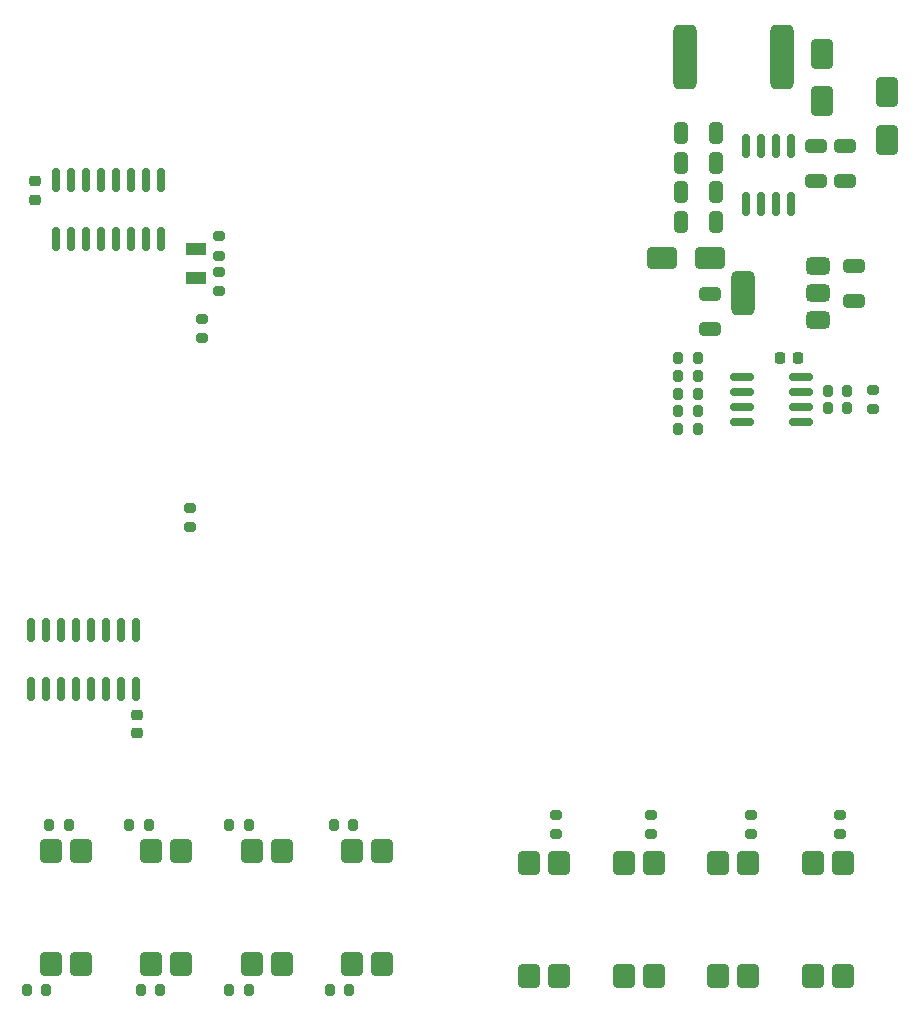
<source format=gtp>
G04 #@! TF.GenerationSoftware,KiCad,Pcbnew,9.0.3*
G04 #@! TF.CreationDate,2025-08-04T14:08:22+02:00*
G04 #@! TF.ProjectId,esp-motioncontroller,6573702d-6d6f-4746-996f-6e636f6e7472,1.0.0*
G04 #@! TF.SameCoordinates,Original*
G04 #@! TF.FileFunction,Paste,Top*
G04 #@! TF.FilePolarity,Positive*
%FSLAX46Y46*%
G04 Gerber Fmt 4.6, Leading zero omitted, Abs format (unit mm)*
G04 Created by KiCad (PCBNEW 9.0.3) date 2025-08-04 14:08:22*
%MOMM*%
%LPD*%
G01*
G04 APERTURE LIST*
G04 Aperture macros list*
%AMRoundRect*
0 Rectangle with rounded corners*
0 $1 Rounding radius*
0 $2 $3 $4 $5 $6 $7 $8 $9 X,Y pos of 4 corners*
0 Add a 4 corners polygon primitive as box body*
4,1,4,$2,$3,$4,$5,$6,$7,$8,$9,$2,$3,0*
0 Add four circle primitives for the rounded corners*
1,1,$1+$1,$2,$3*
1,1,$1+$1,$4,$5*
1,1,$1+$1,$6,$7*
1,1,$1+$1,$8,$9*
0 Add four rect primitives between the rounded corners*
20,1,$1+$1,$2,$3,$4,$5,0*
20,1,$1+$1,$4,$5,$6,$7,0*
20,1,$1+$1,$6,$7,$8,$9,0*
20,1,$1+$1,$8,$9,$2,$3,0*%
G04 Aperture macros list end*
%ADD10RoundRect,0.225000X0.225000X0.250000X-0.225000X0.250000X-0.225000X-0.250000X0.225000X-0.250000X0*%
%ADD11RoundRect,0.150000X-0.150000X0.825000X-0.150000X-0.825000X0.150000X-0.825000X0.150000X0.825000X0*%
%ADD12RoundRect,0.250000X-0.325000X-0.650000X0.325000X-0.650000X0.325000X0.650000X-0.325000X0.650000X0*%
%ADD13RoundRect,0.200000X0.200000X0.275000X-0.200000X0.275000X-0.200000X-0.275000X0.200000X-0.275000X0*%
%ADD14RoundRect,0.200000X0.275000X-0.200000X0.275000X0.200000X-0.275000X0.200000X-0.275000X-0.200000X0*%
%ADD15RoundRect,0.250000X-0.650000X0.325000X-0.650000X-0.325000X0.650000X-0.325000X0.650000X0.325000X0*%
%ADD16RoundRect,0.200000X-0.275000X0.200000X-0.275000X-0.200000X0.275000X-0.200000X0.275000X0.200000X0*%
%ADD17RoundRect,0.225000X-0.250000X0.225000X-0.250000X-0.225000X0.250000X-0.225000X0.250000X0.225000X0*%
%ADD18RoundRect,0.250000X-0.650000X1.000000X-0.650000X-1.000000X0.650000X-1.000000X0.650000X1.000000X0*%
%ADD19RoundRect,0.150000X-0.825000X-0.150000X0.825000X-0.150000X0.825000X0.150000X-0.825000X0.150000X0*%
%ADD20RoundRect,0.200000X-0.200000X-0.275000X0.200000X-0.275000X0.200000X0.275000X-0.200000X0.275000X0*%
%ADD21R,1.800000X1.000000*%
%ADD22RoundRect,0.250000X0.650000X-1.000000X0.650000X1.000000X-0.650000X1.000000X-0.650000X-1.000000X0*%
%ADD23RoundRect,0.249999X-0.640001X0.750001X-0.640001X-0.750001X0.640001X-0.750001X0.640001X0.750001X0*%
%ADD24RoundRect,0.249999X0.640001X-0.750001X0.640001X0.750001X-0.640001X0.750001X-0.640001X-0.750001X0*%
%ADD25RoundRect,0.375000X0.625000X0.375000X-0.625000X0.375000X-0.625000X-0.375000X0.625000X-0.375000X0*%
%ADD26RoundRect,0.500000X0.500000X1.400000X-0.500000X1.400000X-0.500000X-1.400000X0.500000X-1.400000X0*%
%ADD27RoundRect,0.250000X1.000000X0.650000X-1.000000X0.650000X-1.000000X-0.650000X1.000000X-0.650000X0*%
%ADD28RoundRect,0.500000X0.500000X2.250000X-0.500000X2.250000X-0.500000X-2.250000X0.500000X-2.250000X0*%
%ADD29RoundRect,0.150000X0.150000X-0.825000X0.150000X0.825000X-0.150000X0.825000X-0.150000X-0.825000X0*%
G04 APERTURE END LIST*
D10*
G04 #@! TO.C,C18*
X129521388Y-77500000D03*
X127971388Y-77500000D03*
G04 #@! TD*
D11*
G04 #@! TO.C,U3*
X128905000Y-59525000D03*
X127635000Y-59525000D03*
X126365000Y-59525000D03*
X125095000Y-59525000D03*
X125095000Y-64475000D03*
X126365000Y-64475000D03*
X127635000Y-64475000D03*
X128905000Y-64475000D03*
G04 #@! TD*
D12*
G04 #@! TO.C,C3*
X119586444Y-58455138D03*
X122536444Y-58455138D03*
G04 #@! TD*
G04 #@! TO.C,C12*
X119586444Y-65955138D03*
X122536444Y-65955138D03*
G04 #@! TD*
D13*
G04 #@! TO.C,R21*
X91825000Y-117000000D03*
X90175000Y-117000000D03*
G04 #@! TD*
G04 #@! TO.C,R16*
X75500000Y-131000000D03*
X73850000Y-131000000D03*
G04 #@! TD*
G04 #@! TO.C,R19*
X67750000Y-117000000D03*
X66100000Y-117000000D03*
G04 #@! TD*
D14*
G04 #@! TO.C,R23*
X133000000Y-117825000D03*
X133000000Y-116175000D03*
G04 #@! TD*
D13*
G04 #@! TO.C,R20*
X83000000Y-117000000D03*
X81350000Y-117000000D03*
G04 #@! TD*
D15*
G04 #@! TO.C,C5*
X133500000Y-59525000D03*
X133500000Y-62475000D03*
G04 #@! TD*
D12*
G04 #@! TO.C,C8*
X119586444Y-63455138D03*
X122536444Y-63455138D03*
G04 #@! TD*
D16*
G04 #@! TO.C,C4*
X80500000Y-70175000D03*
X80500000Y-71825000D03*
G04 #@! TD*
D17*
G04 #@! TO.C,C19*
X64900000Y-62525000D03*
X64900000Y-64075000D03*
G04 #@! TD*
D14*
G04 #@! TO.C,R13*
X79000000Y-75825000D03*
X79000000Y-74175000D03*
G04 #@! TD*
D18*
G04 #@! TO.C,D1*
X131501087Y-51706794D03*
X131501087Y-55706794D03*
G04 #@! TD*
D16*
G04 #@! TO.C,R12*
X135800000Y-80175000D03*
X135800000Y-81825000D03*
G04 #@! TD*
D19*
G04 #@! TO.C,U4*
X124771388Y-79095000D03*
X124771388Y-80365000D03*
X124771388Y-81635000D03*
X124771388Y-82905000D03*
X129721388Y-82905000D03*
X129721388Y-81635000D03*
X129721388Y-80365000D03*
X129721388Y-79095000D03*
G04 #@! TD*
D15*
G04 #@! TO.C,C2*
X131000000Y-59525000D03*
X131000000Y-62475000D03*
G04 #@! TD*
D20*
G04 #@! TO.C,R8*
X119350000Y-80500000D03*
X121000000Y-80500000D03*
G04 #@! TD*
D21*
G04 #@! TO.C,Y1*
X78500000Y-70750000D03*
X78500000Y-68250000D03*
G04 #@! TD*
D14*
G04 #@! TO.C,R1*
X109000000Y-117825000D03*
X109000000Y-116175000D03*
G04 #@! TD*
D12*
G04 #@! TO.C,C6*
X119586444Y-60955138D03*
X122536444Y-60955138D03*
G04 #@! TD*
D16*
G04 #@! TO.C,C1*
X80500000Y-67175000D03*
X80500000Y-68825000D03*
G04 #@! TD*
D20*
G04 #@! TO.C,R11*
X132000000Y-80250997D03*
X133650000Y-80250997D03*
G04 #@! TD*
D13*
G04 #@! TO.C,R17*
X74500000Y-117000000D03*
X72850000Y-117000000D03*
G04 #@! TD*
D14*
G04 #@! TO.C,R22*
X125500000Y-117825000D03*
X125500000Y-116175000D03*
G04 #@! TD*
D22*
G04 #@! TO.C,D3*
X137000000Y-59000000D03*
X137000000Y-55000000D03*
G04 #@! TD*
D23*
G04 #@! TO.C,U14*
X133270000Y-120235000D03*
X130730000Y-120235000D03*
X130730000Y-129765000D03*
X133270000Y-129765000D03*
G04 #@! TD*
D15*
G04 #@! TO.C,C21*
X134216540Y-69674908D03*
X134216540Y-72624908D03*
G04 #@! TD*
D20*
G04 #@! TO.C,R2*
X119350000Y-83500000D03*
X121000000Y-83500000D03*
G04 #@! TD*
D24*
G04 #@! TO.C,U8*
X83230000Y-128765000D03*
X85770000Y-128765000D03*
X85770000Y-119235000D03*
X83230000Y-119235000D03*
G04 #@! TD*
D13*
G04 #@! TO.C,R15*
X121000000Y-79000000D03*
X119350000Y-79000000D03*
G04 #@! TD*
D20*
G04 #@! TO.C,R9*
X119350000Y-82000000D03*
X121000000Y-82000000D03*
G04 #@! TD*
D23*
G04 #@! TO.C,U13*
X125270000Y-120235000D03*
X122730000Y-120235000D03*
X122730000Y-129765000D03*
X125270000Y-129765000D03*
G04 #@! TD*
G04 #@! TO.C,U11*
X117270000Y-120235000D03*
X114730000Y-120235000D03*
X114730000Y-129765000D03*
X117270000Y-129765000D03*
G04 #@! TD*
D25*
G04 #@! TO.C,U15*
X131150000Y-74300000D03*
X131150000Y-72000000D03*
D26*
X124850000Y-72000000D03*
D25*
X131150000Y-69700000D03*
G04 #@! TD*
D13*
G04 #@! TO.C,R5*
X83000000Y-131000000D03*
X81350000Y-131000000D03*
G04 #@! TD*
D11*
G04 #@! TO.C,U2*
X73445000Y-100525000D03*
X72175000Y-100525000D03*
X70905000Y-100525000D03*
X69635000Y-100525000D03*
X68365000Y-100525000D03*
X67095000Y-100525000D03*
X65825000Y-100525000D03*
X64555000Y-100525000D03*
X64555000Y-105475000D03*
X65825000Y-105475000D03*
X67095000Y-105475000D03*
X68365000Y-105475000D03*
X69635000Y-105475000D03*
X70905000Y-105475000D03*
X72175000Y-105475000D03*
X73445000Y-105475000D03*
G04 #@! TD*
D24*
G04 #@! TO.C,U6*
X66230000Y-128765000D03*
X68770000Y-128765000D03*
X68770000Y-119235000D03*
X66230000Y-119235000D03*
G04 #@! TD*
D20*
G04 #@! TO.C,R7*
X119350000Y-77440000D03*
X121000000Y-77440000D03*
G04 #@! TD*
D23*
G04 #@! TO.C,U9*
X109270000Y-120235000D03*
X106730000Y-120235000D03*
X106730000Y-129765000D03*
X109270000Y-129765000D03*
G04 #@! TD*
D24*
G04 #@! TO.C,U12*
X91730000Y-128765000D03*
X94270000Y-128765000D03*
X94270000Y-119235000D03*
X91730000Y-119235000D03*
G04 #@! TD*
D13*
G04 #@! TO.C,R6*
X91500000Y-131000000D03*
X89850000Y-131000000D03*
G04 #@! TD*
D15*
G04 #@! TO.C,C22*
X122000000Y-72050000D03*
X122000000Y-75000000D03*
G04 #@! TD*
D27*
G04 #@! TO.C,D2*
X122000000Y-69000000D03*
X118000000Y-69000000D03*
G04 #@! TD*
D28*
G04 #@! TO.C,L1*
X128100000Y-52000000D03*
X119900000Y-52000000D03*
G04 #@! TD*
D20*
G04 #@! TO.C,R10*
X132000000Y-81750997D03*
X133650000Y-81750997D03*
G04 #@! TD*
D17*
G04 #@! TO.C,C7*
X73553790Y-107683971D03*
X73553790Y-109233971D03*
G04 #@! TD*
D16*
G04 #@! TO.C,R4*
X78000000Y-90175000D03*
X78000000Y-91825000D03*
G04 #@! TD*
D13*
G04 #@! TO.C,R18*
X65825000Y-131000000D03*
X64175000Y-131000000D03*
G04 #@! TD*
D14*
G04 #@! TO.C,R3*
X117000000Y-117825000D03*
X117000000Y-116175000D03*
G04 #@! TD*
D24*
G04 #@! TO.C,U7*
X74730000Y-128765000D03*
X77270000Y-128765000D03*
X77270000Y-119235000D03*
X74730000Y-119235000D03*
G04 #@! TD*
D29*
G04 #@! TO.C,U5*
X66655000Y-67375000D03*
X67925000Y-67375000D03*
X69195000Y-67375000D03*
X70465000Y-67375000D03*
X71735000Y-67375000D03*
X73005000Y-67375000D03*
X74275000Y-67375000D03*
X75545000Y-67375000D03*
X75545000Y-62425000D03*
X74275000Y-62425000D03*
X73005000Y-62425000D03*
X71735000Y-62425000D03*
X70465000Y-62425000D03*
X69195000Y-62425000D03*
X67925000Y-62425000D03*
X66655000Y-62425000D03*
G04 #@! TD*
M02*

</source>
